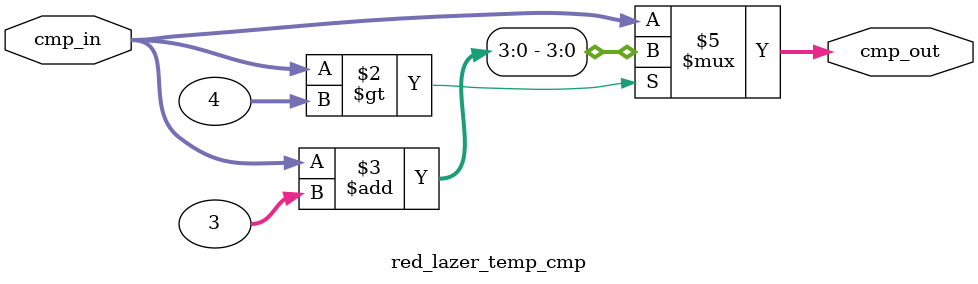
<source format=v>
`timescale 1ns / 1ps
module red_lazer_temp_cmp(
	input [3:0] cmp_in,
	output reg [3:0] cmp_out
    );
	
	always@(*)
	begin
		if(cmp_in > 4)
			cmp_out = cmp_in + 3;
		else
			cmp_out = cmp_in;
	
	end
	


endmodule

</source>
